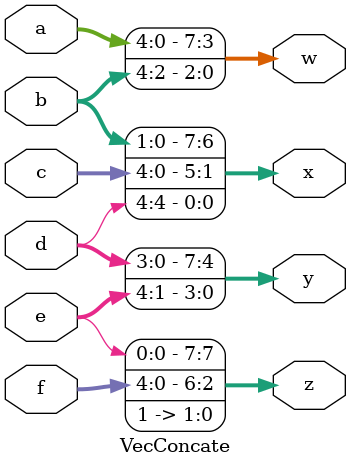
<source format=v>
module VecConcate (
    input [4:0] a, b, c, d, e, f,
    output [7:0] w, x, y, z
);
    // assign { ... } = { ... };
    assign {w,x,y,z} = {a,b,c,d,e,f,2'b11};
endmodule
</source>
